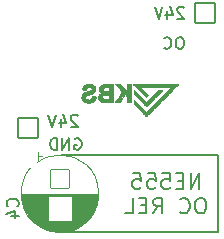
<source format=gbo>
%TF.GenerationSoftware,KiCad,Pcbnew,6.0.7-1.fc35*%
%TF.CreationDate,2022-08-25T19:39:04+02:00*%
%TF.ProjectId,NE555_OC,4e453535-355f-44f4-932e-6b696361645f,rev?*%
%TF.SameCoordinates,Original*%
%TF.FileFunction,Legend,Bot*%
%TF.FilePolarity,Positive*%
%FSLAX46Y46*%
G04 Gerber Fmt 4.6, Leading zero omitted, Abs format (unit mm)*
G04 Created by KiCad (PCBNEW 6.0.7-1.fc35) date 2022-08-25 19:39:04*
%MOMM*%
%LPD*%
G01*
G04 APERTURE LIST*
G04 Aperture macros list*
%AMRoundRect*
0 Rectangle with rounded corners*
0 $1 Rounding radius*
0 $2 $3 $4 $5 $6 $7 $8 $9 X,Y pos of 4 corners*
0 Add a 4 corners polygon primitive as box body*
4,1,4,$2,$3,$4,$5,$6,$7,$8,$9,$2,$3,0*
0 Add four circle primitives for the rounded corners*
1,1,$1+$1,$2,$3*
1,1,$1+$1,$4,$5*
1,1,$1+$1,$6,$7*
1,1,$1+$1,$8,$9*
0 Add four rect primitives between the rounded corners*
20,1,$1+$1,$2,$3,$4,$5,0*
20,1,$1+$1,$4,$5,$6,$7,0*
20,1,$1+$1,$6,$7,$8,$9,0*
20,1,$1+$1,$8,$9,$2,$3,0*%
G04 Aperture macros list end*
%ADD10C,0.150000*%
%ADD11C,0.200000*%
%ADD12C,0.010000*%
%ADD13C,0.120000*%
%ADD14RoundRect,0.050000X-0.850000X-0.850000X0.850000X-0.850000X0.850000X0.850000X-0.850000X0.850000X0*%
%ADD15O,1.800000X1.800000*%
%ADD16C,5.700000*%
%ADD17RoundRect,0.050000X-0.800000X0.800000X-0.800000X-0.800000X0.800000X-0.800000X0.800000X0.800000X0*%
%ADD18C,1.700000*%
G04 APERTURE END LIST*
D10*
X62845238Y-80802380D02*
X62654761Y-80802380D01*
X62559523Y-80850000D01*
X62464285Y-80945238D01*
X62416666Y-81135714D01*
X62416666Y-81469047D01*
X62464285Y-81659523D01*
X62559523Y-81754761D01*
X62654761Y-81802380D01*
X62845238Y-81802380D01*
X62940476Y-81754761D01*
X63035714Y-81659523D01*
X63083333Y-81469047D01*
X63083333Y-81135714D01*
X63035714Y-80945238D01*
X62940476Y-80850000D01*
X62845238Y-80802380D01*
X61416666Y-81707142D02*
X61464285Y-81754761D01*
X61607142Y-81802380D01*
X61702380Y-81802380D01*
X61845238Y-81754761D01*
X61940476Y-81659523D01*
X61988095Y-81564285D01*
X62035714Y-81373809D01*
X62035714Y-81230952D01*
X61988095Y-81040476D01*
X61940476Y-80945238D01*
X61845238Y-80850000D01*
X61702380Y-80802380D01*
X61607142Y-80802380D01*
X61464285Y-80850000D01*
X61416666Y-80897619D01*
X63090476Y-78347619D02*
X63042857Y-78300000D01*
X62947619Y-78252380D01*
X62709523Y-78252380D01*
X62614285Y-78300000D01*
X62566666Y-78347619D01*
X62519047Y-78442857D01*
X62519047Y-78538095D01*
X62566666Y-78680952D01*
X63138095Y-79252380D01*
X62519047Y-79252380D01*
X61661904Y-78585714D02*
X61661904Y-79252380D01*
X61900000Y-78204761D02*
X62138095Y-78919047D01*
X61519047Y-78919047D01*
X61280952Y-78252380D02*
X60947619Y-79252380D01*
X60614285Y-78252380D01*
X54090476Y-87497619D02*
X54042857Y-87450000D01*
X53947619Y-87402380D01*
X53709523Y-87402380D01*
X53614285Y-87450000D01*
X53566666Y-87497619D01*
X53519047Y-87592857D01*
X53519047Y-87688095D01*
X53566666Y-87830952D01*
X54138095Y-88402380D01*
X53519047Y-88402380D01*
X52661904Y-87735714D02*
X52661904Y-88402380D01*
X52900000Y-87354761D02*
X53138095Y-88069047D01*
X52519047Y-88069047D01*
X52280952Y-87402380D02*
X51947619Y-88402380D01*
X51614285Y-87402380D01*
X53861904Y-89400000D02*
X53957142Y-89352380D01*
X54100000Y-89352380D01*
X54242857Y-89400000D01*
X54338095Y-89495238D01*
X54385714Y-89590476D01*
X54433333Y-89780952D01*
X54433333Y-89923809D01*
X54385714Y-90114285D01*
X54338095Y-90209523D01*
X54242857Y-90304761D01*
X54100000Y-90352380D01*
X54004761Y-90352380D01*
X53861904Y-90304761D01*
X53814285Y-90257142D01*
X53814285Y-89923809D01*
X54004761Y-89923809D01*
X53385714Y-90352380D02*
X53385714Y-89352380D01*
X52814285Y-90352380D01*
X52814285Y-89352380D01*
X52338095Y-90352380D02*
X52338095Y-89352380D01*
X52100000Y-89352380D01*
X51957142Y-89400000D01*
X51861904Y-89495238D01*
X51814285Y-89590476D01*
X51766666Y-89780952D01*
X51766666Y-89923809D01*
X51814285Y-90114285D01*
X51861904Y-90209523D01*
X51957142Y-90304761D01*
X52100000Y-90352380D01*
X52338095Y-90352380D01*
X66000000Y-90800000D02*
X66000000Y-97350000D01*
X52650000Y-90800000D02*
X66000000Y-90800000D01*
X66000000Y-97350000D02*
X52550000Y-97350000D01*
D11*
X64416666Y-93641595D02*
X64416666Y-92341595D01*
X63673809Y-93641595D01*
X63673809Y-92341595D01*
X63054761Y-92960642D02*
X62621428Y-92960642D01*
X62435714Y-93641595D02*
X63054761Y-93641595D01*
X63054761Y-92341595D01*
X62435714Y-92341595D01*
X61259523Y-92341595D02*
X61878571Y-92341595D01*
X61940476Y-92960642D01*
X61878571Y-92898738D01*
X61754761Y-92836833D01*
X61445238Y-92836833D01*
X61321428Y-92898738D01*
X61259523Y-92960642D01*
X61197619Y-93084452D01*
X61197619Y-93393976D01*
X61259523Y-93517785D01*
X61321428Y-93579690D01*
X61445238Y-93641595D01*
X61754761Y-93641595D01*
X61878571Y-93579690D01*
X61940476Y-93517785D01*
X60021428Y-92341595D02*
X60640476Y-92341595D01*
X60702380Y-92960642D01*
X60640476Y-92898738D01*
X60516666Y-92836833D01*
X60207142Y-92836833D01*
X60083333Y-92898738D01*
X60021428Y-92960642D01*
X59959523Y-93084452D01*
X59959523Y-93393976D01*
X60021428Y-93517785D01*
X60083333Y-93579690D01*
X60207142Y-93641595D01*
X60516666Y-93641595D01*
X60640476Y-93579690D01*
X60702380Y-93517785D01*
X58783333Y-92341595D02*
X59402380Y-92341595D01*
X59464285Y-92960642D01*
X59402380Y-92898738D01*
X59278571Y-92836833D01*
X58969047Y-92836833D01*
X58845238Y-92898738D01*
X58783333Y-92960642D01*
X58721428Y-93084452D01*
X58721428Y-93393976D01*
X58783333Y-93517785D01*
X58845238Y-93579690D01*
X58969047Y-93641595D01*
X59278571Y-93641595D01*
X59402380Y-93579690D01*
X59464285Y-93517785D01*
X64633333Y-94434595D02*
X64385714Y-94434595D01*
X64261904Y-94496500D01*
X64138095Y-94620309D01*
X64076190Y-94867928D01*
X64076190Y-95301261D01*
X64138095Y-95548880D01*
X64261904Y-95672690D01*
X64385714Y-95734595D01*
X64633333Y-95734595D01*
X64757142Y-95672690D01*
X64880952Y-95548880D01*
X64942857Y-95301261D01*
X64942857Y-94867928D01*
X64880952Y-94620309D01*
X64757142Y-94496500D01*
X64633333Y-94434595D01*
X62776190Y-95610785D02*
X62838095Y-95672690D01*
X63023809Y-95734595D01*
X63147619Y-95734595D01*
X63333333Y-95672690D01*
X63457142Y-95548880D01*
X63519047Y-95425071D01*
X63580952Y-95177452D01*
X63580952Y-94991738D01*
X63519047Y-94744119D01*
X63457142Y-94620309D01*
X63333333Y-94496500D01*
X63147619Y-94434595D01*
X63023809Y-94434595D01*
X62838095Y-94496500D01*
X62776190Y-94558404D01*
X60485714Y-95734595D02*
X60919047Y-95115547D01*
X61228571Y-95734595D02*
X61228571Y-94434595D01*
X60733333Y-94434595D01*
X60609523Y-94496500D01*
X60547619Y-94558404D01*
X60485714Y-94682214D01*
X60485714Y-94867928D01*
X60547619Y-94991738D01*
X60609523Y-95053642D01*
X60733333Y-95115547D01*
X61228571Y-95115547D01*
X59928571Y-95053642D02*
X59495238Y-95053642D01*
X59309523Y-95734595D02*
X59928571Y-95734595D01*
X59928571Y-94434595D01*
X59309523Y-94434595D01*
X58133333Y-95734595D02*
X58752380Y-95734595D01*
X58752380Y-94434595D01*
D10*
%TO.C,C4*%
X49007142Y-95133333D02*
X49054761Y-95085714D01*
X49102380Y-94942857D01*
X49102380Y-94847619D01*
X49054761Y-94704761D01*
X48959523Y-94609523D01*
X48864285Y-94561904D01*
X48673809Y-94514285D01*
X48530952Y-94514285D01*
X48340476Y-94561904D01*
X48245238Y-94609523D01*
X48150000Y-94704761D01*
X48102380Y-94847619D01*
X48102380Y-94942857D01*
X48150000Y-95085714D01*
X48197619Y-95133333D01*
X48435714Y-95990476D02*
X49102380Y-95990476D01*
X48054761Y-95752380D02*
X48769047Y-95514285D01*
X48769047Y-96133333D01*
%TO.C,G\u002A\u002A\u002A*%
G36*
X60887896Y-84812760D02*
G01*
X61074379Y-84812872D01*
X61254533Y-84813055D01*
X61427391Y-84813305D01*
X61591983Y-84813619D01*
X61747342Y-84813992D01*
X61892499Y-84814421D01*
X62026488Y-84814903D01*
X62148338Y-84815432D01*
X62257083Y-84816006D01*
X62351754Y-84816620D01*
X62431383Y-84817271D01*
X62495002Y-84817955D01*
X62541643Y-84818668D01*
X62570337Y-84819406D01*
X62580117Y-84820166D01*
X62580088Y-84820244D01*
X62572288Y-84828798D01*
X62551144Y-84850674D01*
X62517340Y-84885187D01*
X62471554Y-84931652D01*
X62414470Y-84989384D01*
X62346766Y-85057698D01*
X62269126Y-85135909D01*
X62182230Y-85223333D01*
X62086758Y-85319284D01*
X61983393Y-85423078D01*
X61872815Y-85534030D01*
X61755705Y-85651454D01*
X61632744Y-85774666D01*
X61504615Y-85902981D01*
X61371996Y-86035715D01*
X61235571Y-86172181D01*
X61226482Y-86181270D01*
X61090271Y-86317455D01*
X60957863Y-86449788D01*
X60829940Y-86577589D01*
X60707186Y-86700177D01*
X60590284Y-86816871D01*
X60479919Y-86926990D01*
X60376772Y-87029853D01*
X60281528Y-87124779D01*
X60194870Y-87211088D01*
X60117481Y-87288097D01*
X60050045Y-87355128D01*
X59993245Y-87411498D01*
X59947765Y-87456526D01*
X59914288Y-87489533D01*
X59893497Y-87509836D01*
X59886076Y-87516755D01*
X59878669Y-87510136D01*
X59858292Y-87490524D01*
X59826065Y-87459012D01*
X59783094Y-87416698D01*
X59730487Y-87364678D01*
X59669352Y-87304047D01*
X59600794Y-87235904D01*
X59525921Y-87161343D01*
X59445840Y-87081462D01*
X59361659Y-86997358D01*
X58842191Y-86477961D01*
X58842191Y-86311409D01*
X58842434Y-86269227D01*
X58843426Y-86219692D01*
X58845050Y-86180284D01*
X58847160Y-86154255D01*
X58849612Y-86144856D01*
X58856707Y-86150823D01*
X58876848Y-86169811D01*
X58908865Y-86200748D01*
X58951640Y-86242534D01*
X59004053Y-86294064D01*
X59064986Y-86354237D01*
X59133321Y-86421949D01*
X59207938Y-86496098D01*
X59287719Y-86575582D01*
X59371545Y-86659297D01*
X59886057Y-87173738D01*
X62008481Y-85051314D01*
X59403981Y-85051314D01*
X60094949Y-85742494D01*
X59915677Y-85920936D01*
X59368993Y-85374319D01*
X59348090Y-85353414D01*
X59262633Y-85267830D01*
X59181630Y-85186524D01*
X59106150Y-85110581D01*
X59037264Y-85041085D01*
X58976040Y-84979120D01*
X58923549Y-84925770D01*
X58880861Y-84882121D01*
X58849045Y-84849255D01*
X58829171Y-84828258D01*
X58822309Y-84820213D01*
X58831580Y-84819469D01*
X58859784Y-84818726D01*
X58905960Y-84818007D01*
X58969140Y-84817318D01*
X59048356Y-84816662D01*
X59142640Y-84816043D01*
X59251023Y-84815464D01*
X59372538Y-84814930D01*
X59506216Y-84814445D01*
X59651089Y-84814011D01*
X59806189Y-84813634D01*
X59970548Y-84813316D01*
X60143199Y-84813063D01*
X60323171Y-84812877D01*
X60509499Y-84812762D01*
X60701213Y-84812723D01*
X60887896Y-84812760D01*
G37*
D12*
X60887896Y-84812760D02*
X61074379Y-84812872D01*
X61254533Y-84813055D01*
X61427391Y-84813305D01*
X61591983Y-84813619D01*
X61747342Y-84813992D01*
X61892499Y-84814421D01*
X62026488Y-84814903D01*
X62148338Y-84815432D01*
X62257083Y-84816006D01*
X62351754Y-84816620D01*
X62431383Y-84817271D01*
X62495002Y-84817955D01*
X62541643Y-84818668D01*
X62570337Y-84819406D01*
X62580117Y-84820166D01*
X62580088Y-84820244D01*
X62572288Y-84828798D01*
X62551144Y-84850674D01*
X62517340Y-84885187D01*
X62471554Y-84931652D01*
X62414470Y-84989384D01*
X62346766Y-85057698D01*
X62269126Y-85135909D01*
X62182230Y-85223333D01*
X62086758Y-85319284D01*
X61983393Y-85423078D01*
X61872815Y-85534030D01*
X61755705Y-85651454D01*
X61632744Y-85774666D01*
X61504615Y-85902981D01*
X61371996Y-86035715D01*
X61235571Y-86172181D01*
X61226482Y-86181270D01*
X61090271Y-86317455D01*
X60957863Y-86449788D01*
X60829940Y-86577589D01*
X60707186Y-86700177D01*
X60590284Y-86816871D01*
X60479919Y-86926990D01*
X60376772Y-87029853D01*
X60281528Y-87124779D01*
X60194870Y-87211088D01*
X60117481Y-87288097D01*
X60050045Y-87355128D01*
X59993245Y-87411498D01*
X59947765Y-87456526D01*
X59914288Y-87489533D01*
X59893497Y-87509836D01*
X59886076Y-87516755D01*
X59878669Y-87510136D01*
X59858292Y-87490524D01*
X59826065Y-87459012D01*
X59783094Y-87416698D01*
X59730487Y-87364678D01*
X59669352Y-87304047D01*
X59600794Y-87235904D01*
X59525921Y-87161343D01*
X59445840Y-87081462D01*
X59361659Y-86997358D01*
X58842191Y-86477961D01*
X58842191Y-86311409D01*
X58842434Y-86269227D01*
X58843426Y-86219692D01*
X58845050Y-86180284D01*
X58847160Y-86154255D01*
X58849612Y-86144856D01*
X58856707Y-86150823D01*
X58876848Y-86169811D01*
X58908865Y-86200748D01*
X58951640Y-86242534D01*
X59004053Y-86294064D01*
X59064986Y-86354237D01*
X59133321Y-86421949D01*
X59207938Y-86496098D01*
X59287719Y-86575582D01*
X59371545Y-86659297D01*
X59886057Y-87173738D01*
X62008481Y-85051314D01*
X59403981Y-85051314D01*
X60094949Y-85742494D01*
X59915677Y-85920936D01*
X59368993Y-85374319D01*
X59348090Y-85353414D01*
X59262633Y-85267830D01*
X59181630Y-85186524D01*
X59106150Y-85110581D01*
X59037264Y-85041085D01*
X58976040Y-84979120D01*
X58923549Y-84925770D01*
X58880861Y-84882121D01*
X58849045Y-84849255D01*
X58829171Y-84828258D01*
X58822309Y-84820213D01*
X58831580Y-84819469D01*
X58859784Y-84818726D01*
X58905960Y-84818007D01*
X58969140Y-84817318D01*
X59048356Y-84816662D01*
X59142640Y-84816043D01*
X59251023Y-84815464D01*
X59372538Y-84814930D01*
X59506216Y-84814445D01*
X59651089Y-84814011D01*
X59806189Y-84813634D01*
X59970548Y-84813316D01*
X60143199Y-84813063D01*
X60323171Y-84812877D01*
X60509499Y-84812762D01*
X60701213Y-84812723D01*
X60887896Y-84812760D01*
G36*
X58849743Y-85280004D02*
G01*
X58858803Y-85287875D01*
X58880715Y-85308658D01*
X58914378Y-85341265D01*
X58958689Y-85384610D01*
X59012547Y-85437606D01*
X59074848Y-85499166D01*
X59144490Y-85568202D01*
X59220372Y-85643628D01*
X59301390Y-85724357D01*
X59386442Y-85809302D01*
X59915849Y-86338641D01*
X60934905Y-85319729D01*
X61101386Y-85319729D01*
X61143503Y-85319972D01*
X61193034Y-85320965D01*
X61232439Y-85322590D01*
X61258468Y-85324703D01*
X61267866Y-85327158D01*
X61266931Y-85328486D01*
X61255141Y-85341321D01*
X61230591Y-85366868D01*
X61194244Y-85404154D01*
X61147064Y-85452203D01*
X61090013Y-85510042D01*
X61024055Y-85576698D01*
X60950153Y-85651197D01*
X60869271Y-85732564D01*
X60782371Y-85819825D01*
X60690417Y-85912007D01*
X60594371Y-86008136D01*
X60558569Y-86043935D01*
X60463850Y-86138574D01*
X60373481Y-86228769D01*
X60288432Y-86313557D01*
X60209672Y-86391975D01*
X60138172Y-86463061D01*
X60074900Y-86525852D01*
X60020827Y-86579385D01*
X59976922Y-86622698D01*
X59944154Y-86654827D01*
X59923495Y-86674811D01*
X59915912Y-86681686D01*
X59915702Y-86681577D01*
X59906375Y-86673039D01*
X59884230Y-86651645D01*
X59850358Y-86618475D01*
X59805851Y-86574611D01*
X59751800Y-86521133D01*
X59689295Y-86459122D01*
X59619428Y-86389660D01*
X59543291Y-86313828D01*
X59461975Y-86232706D01*
X59376570Y-86147376D01*
X58842191Y-85613066D01*
X58842191Y-85446515D01*
X58842434Y-85404335D01*
X58843426Y-85354800D01*
X58845050Y-85315392D01*
X58847160Y-85289363D01*
X58849613Y-85279964D01*
X58849743Y-85280004D01*
G37*
X58849743Y-85280004D02*
X58858803Y-85287875D01*
X58880715Y-85308658D01*
X58914378Y-85341265D01*
X58958689Y-85384610D01*
X59012547Y-85437606D01*
X59074848Y-85499166D01*
X59144490Y-85568202D01*
X59220372Y-85643628D01*
X59301390Y-85724357D01*
X59386442Y-85809302D01*
X59915849Y-86338641D01*
X60934905Y-85319729D01*
X61101386Y-85319729D01*
X61143503Y-85319972D01*
X61193034Y-85320965D01*
X61232439Y-85322590D01*
X61258468Y-85324703D01*
X61267866Y-85327158D01*
X61266931Y-85328486D01*
X61255141Y-85341321D01*
X61230591Y-85366868D01*
X61194244Y-85404154D01*
X61147064Y-85452203D01*
X61090013Y-85510042D01*
X61024055Y-85576698D01*
X60950153Y-85651197D01*
X60869271Y-85732564D01*
X60782371Y-85819825D01*
X60690417Y-85912007D01*
X60594371Y-86008136D01*
X60558569Y-86043935D01*
X60463850Y-86138574D01*
X60373481Y-86228769D01*
X60288432Y-86313557D01*
X60209672Y-86391975D01*
X60138172Y-86463061D01*
X60074900Y-86525852D01*
X60020827Y-86579385D01*
X59976922Y-86622698D01*
X59944154Y-86654827D01*
X59923495Y-86674811D01*
X59915912Y-86681686D01*
X59915702Y-86681577D01*
X59906375Y-86673039D01*
X59884230Y-86651645D01*
X59850358Y-86618475D01*
X59805851Y-86574611D01*
X59751800Y-86521133D01*
X59689295Y-86459122D01*
X59619428Y-86389660D01*
X59543291Y-86313828D01*
X59461975Y-86232706D01*
X59376570Y-86147376D01*
X58842191Y-85613066D01*
X58842191Y-85446515D01*
X58842434Y-85404335D01*
X58843426Y-85354800D01*
X58845050Y-85315392D01*
X58847160Y-85289363D01*
X58849613Y-85279964D01*
X58849743Y-85280004D01*
G36*
X55109402Y-84785228D02*
G01*
X55221553Y-84799399D01*
X55320780Y-84826833D01*
X55406451Y-84867110D01*
X55477930Y-84919814D01*
X55534586Y-84984523D01*
X55575783Y-85060821D01*
X55600888Y-85148289D01*
X55603945Y-85168434D01*
X55604584Y-85251133D01*
X55587223Y-85332196D01*
X55553315Y-85408908D01*
X55504311Y-85478555D01*
X55441664Y-85538423D01*
X55366825Y-85585799D01*
X55333747Y-85601165D01*
X55255456Y-85631456D01*
X55160118Y-85661849D01*
X55049588Y-85691722D01*
X54990576Y-85707131D01*
X54908418Y-85731589D01*
X54845405Y-85754828D01*
X54801110Y-85776996D01*
X54770981Y-85802845D01*
X54747305Y-85843724D01*
X54738089Y-85891111D01*
X54743386Y-85941028D01*
X54763248Y-85989494D01*
X54797727Y-86032531D01*
X54830642Y-86058127D01*
X54881213Y-86081922D01*
X54943131Y-86095417D01*
X55019765Y-86099630D01*
X55045316Y-86099226D01*
X55114747Y-86092634D01*
X55171176Y-86076784D01*
X55218785Y-86050149D01*
X55261756Y-86011201D01*
X55280060Y-85987702D01*
X55302899Y-85950003D01*
X55323038Y-85908830D01*
X55337387Y-85870632D01*
X55342857Y-85841861D01*
X55343569Y-85836168D01*
X55352490Y-85821954D01*
X55353638Y-85821578D01*
X55369681Y-85821156D01*
X55400197Y-85822611D01*
X55440898Y-85825535D01*
X55487494Y-85829521D01*
X55535699Y-85834160D01*
X55581223Y-85839044D01*
X55619777Y-85843767D01*
X55647074Y-85847919D01*
X55658826Y-85851093D01*
X55660376Y-85857531D01*
X55657917Y-85880116D01*
X55650556Y-85913944D01*
X55639555Y-85954496D01*
X55626177Y-85997254D01*
X55611682Y-86037697D01*
X55597333Y-86071308D01*
X55594369Y-86077356D01*
X55543953Y-86159337D01*
X55481008Y-86226948D01*
X55404700Y-86280787D01*
X55314192Y-86321454D01*
X55208649Y-86349547D01*
X55166828Y-86355147D01*
X55106435Y-86358772D01*
X55037341Y-86359709D01*
X54965244Y-86358096D01*
X54895840Y-86354071D01*
X54834826Y-86347772D01*
X54787896Y-86339337D01*
X54747476Y-86327831D01*
X54655306Y-86288744D01*
X54576356Y-86235326D01*
X54511293Y-86168090D01*
X54460785Y-86087552D01*
X54444589Y-86053515D01*
X54433019Y-86023645D01*
X54426093Y-85994331D01*
X54422238Y-85958762D01*
X54419884Y-85910123D01*
X54420059Y-85847841D01*
X54430774Y-85763399D01*
X54454757Y-85690276D01*
X54492696Y-85625787D01*
X54500092Y-85616046D01*
X54541092Y-85570571D01*
X54589602Y-85530858D01*
X54648093Y-85495583D01*
X54719036Y-85463422D01*
X54804901Y-85433050D01*
X54908159Y-85403145D01*
X54982724Y-85382939D01*
X55064628Y-85359584D01*
X55130456Y-85338923D01*
X55182102Y-85320064D01*
X55221463Y-85302115D01*
X55250432Y-85284184D01*
X55270906Y-85265378D01*
X55284779Y-85244806D01*
X55293947Y-85221577D01*
X55299327Y-85182059D01*
X55288040Y-85142440D01*
X55257953Y-85107380D01*
X55208649Y-85076168D01*
X55184190Y-85064480D01*
X55158255Y-85054770D01*
X55131384Y-85049300D01*
X55097266Y-85046886D01*
X55049588Y-85046344D01*
X55032280Y-85046405D01*
X54987696Y-85047689D01*
X54955224Y-85051354D01*
X54928966Y-85058335D01*
X54903024Y-85069565D01*
X54893397Y-85074564D01*
X54851398Y-85105304D01*
X54819459Y-85147497D01*
X54794332Y-85205196D01*
X54777293Y-85255111D01*
X54620373Y-85251998D01*
X54587319Y-85251248D01*
X54537614Y-85249730D01*
X54497372Y-85248010D01*
X54470065Y-85246245D01*
X54459166Y-85244597D01*
X54458974Y-85244311D01*
X54458805Y-85231640D01*
X54461804Y-85205216D01*
X54467385Y-85170324D01*
X54484038Y-85103343D01*
X54520884Y-85019983D01*
X54573150Y-84948616D01*
X54640340Y-84889572D01*
X54721957Y-84843183D01*
X54817504Y-84809778D01*
X54926486Y-84789689D01*
X55048405Y-84783246D01*
X55109402Y-84785228D01*
G37*
X55109402Y-84785228D02*
X55221553Y-84799399D01*
X55320780Y-84826833D01*
X55406451Y-84867110D01*
X55477930Y-84919814D01*
X55534586Y-84984523D01*
X55575783Y-85060821D01*
X55600888Y-85148289D01*
X55603945Y-85168434D01*
X55604584Y-85251133D01*
X55587223Y-85332196D01*
X55553315Y-85408908D01*
X55504311Y-85478555D01*
X55441664Y-85538423D01*
X55366825Y-85585799D01*
X55333747Y-85601165D01*
X55255456Y-85631456D01*
X55160118Y-85661849D01*
X55049588Y-85691722D01*
X54990576Y-85707131D01*
X54908418Y-85731589D01*
X54845405Y-85754828D01*
X54801110Y-85776996D01*
X54770981Y-85802845D01*
X54747305Y-85843724D01*
X54738089Y-85891111D01*
X54743386Y-85941028D01*
X54763248Y-85989494D01*
X54797727Y-86032531D01*
X54830642Y-86058127D01*
X54881213Y-86081922D01*
X54943131Y-86095417D01*
X55019765Y-86099630D01*
X55045316Y-86099226D01*
X55114747Y-86092634D01*
X55171176Y-86076784D01*
X55218785Y-86050149D01*
X55261756Y-86011201D01*
X55280060Y-85987702D01*
X55302899Y-85950003D01*
X55323038Y-85908830D01*
X55337387Y-85870632D01*
X55342857Y-85841861D01*
X55343569Y-85836168D01*
X55352490Y-85821954D01*
X55353638Y-85821578D01*
X55369681Y-85821156D01*
X55400197Y-85822611D01*
X55440898Y-85825535D01*
X55487494Y-85829521D01*
X55535699Y-85834160D01*
X55581223Y-85839044D01*
X55619777Y-85843767D01*
X55647074Y-85847919D01*
X55658826Y-85851093D01*
X55660376Y-85857531D01*
X55657917Y-85880116D01*
X55650556Y-85913944D01*
X55639555Y-85954496D01*
X55626177Y-85997254D01*
X55611682Y-86037697D01*
X55597333Y-86071308D01*
X55594369Y-86077356D01*
X55543953Y-86159337D01*
X55481008Y-86226948D01*
X55404700Y-86280787D01*
X55314192Y-86321454D01*
X55208649Y-86349547D01*
X55166828Y-86355147D01*
X55106435Y-86358772D01*
X55037341Y-86359709D01*
X54965244Y-86358096D01*
X54895840Y-86354071D01*
X54834826Y-86347772D01*
X54787896Y-86339337D01*
X54747476Y-86327831D01*
X54655306Y-86288744D01*
X54576356Y-86235326D01*
X54511293Y-86168090D01*
X54460785Y-86087552D01*
X54444589Y-86053515D01*
X54433019Y-86023645D01*
X54426093Y-85994331D01*
X54422238Y-85958762D01*
X54419884Y-85910123D01*
X54420059Y-85847841D01*
X54430774Y-85763399D01*
X54454757Y-85690276D01*
X54492696Y-85625787D01*
X54500092Y-85616046D01*
X54541092Y-85570571D01*
X54589602Y-85530858D01*
X54648093Y-85495583D01*
X54719036Y-85463422D01*
X54804901Y-85433050D01*
X54908159Y-85403145D01*
X54982724Y-85382939D01*
X55064628Y-85359584D01*
X55130456Y-85338923D01*
X55182102Y-85320064D01*
X55221463Y-85302115D01*
X55250432Y-85284184D01*
X55270906Y-85265378D01*
X55284779Y-85244806D01*
X55293947Y-85221577D01*
X55299327Y-85182059D01*
X55288040Y-85142440D01*
X55257953Y-85107380D01*
X55208649Y-85076168D01*
X55184190Y-85064480D01*
X55158255Y-85054770D01*
X55131384Y-85049300D01*
X55097266Y-85046886D01*
X55049588Y-85046344D01*
X55032280Y-85046405D01*
X54987696Y-85047689D01*
X54955224Y-85051354D01*
X54928966Y-85058335D01*
X54903024Y-85069565D01*
X54893397Y-85074564D01*
X54851398Y-85105304D01*
X54819459Y-85147497D01*
X54794332Y-85205196D01*
X54777293Y-85255111D01*
X54620373Y-85251998D01*
X54587319Y-85251248D01*
X54537614Y-85249730D01*
X54497372Y-85248010D01*
X54470065Y-85246245D01*
X54459166Y-85244597D01*
X54458974Y-85244311D01*
X54458805Y-85231640D01*
X54461804Y-85205216D01*
X54467385Y-85170324D01*
X54484038Y-85103343D01*
X54520884Y-85019983D01*
X54573150Y-84948616D01*
X54640340Y-84889572D01*
X54721957Y-84843183D01*
X54817504Y-84809778D01*
X54926486Y-84789689D01*
X55048405Y-84783246D01*
X55109402Y-84785228D01*
G36*
X58013076Y-85137311D02*
G01*
X58310332Y-85461898D01*
X58312953Y-85137311D01*
X58315574Y-84812723D01*
X58643365Y-84812723D01*
X58643365Y-86333741D01*
X58315303Y-86333741D01*
X58315303Y-85871244D01*
X58198493Y-85748657D01*
X58081682Y-85626069D01*
X57885002Y-85963557D01*
X57874261Y-85981983D01*
X57831012Y-86056040D01*
X57790824Y-86124658D01*
X57754852Y-86185878D01*
X57724249Y-86237741D01*
X57700172Y-86278289D01*
X57683774Y-86305564D01*
X57676212Y-86317607D01*
X57671530Y-86322332D01*
X57662079Y-86326720D01*
X57646042Y-86329732D01*
X57620760Y-86331541D01*
X57583576Y-86332318D01*
X57531832Y-86332236D01*
X57462870Y-86331469D01*
X57261638Y-86328770D01*
X57560062Y-85868341D01*
X57858485Y-85407911D01*
X57796111Y-85339629D01*
X57789186Y-85332111D01*
X57761925Y-85303038D01*
X57723964Y-85263034D01*
X57677615Y-85214514D01*
X57625190Y-85159897D01*
X57569002Y-85101598D01*
X57511363Y-85042035D01*
X57288990Y-84812723D01*
X57715821Y-84812723D01*
X58013076Y-85137311D01*
G37*
X58013076Y-85137311D02*
X58310332Y-85461898D01*
X58312953Y-85137311D01*
X58315574Y-84812723D01*
X58643365Y-84812723D01*
X58643365Y-86333741D01*
X58315303Y-86333741D01*
X58315303Y-85871244D01*
X58198493Y-85748657D01*
X58081682Y-85626069D01*
X57885002Y-85963557D01*
X57874261Y-85981983D01*
X57831012Y-86056040D01*
X57790824Y-86124658D01*
X57754852Y-86185878D01*
X57724249Y-86237741D01*
X57700172Y-86278289D01*
X57683774Y-86305564D01*
X57676212Y-86317607D01*
X57671530Y-86322332D01*
X57662079Y-86326720D01*
X57646042Y-86329732D01*
X57620760Y-86331541D01*
X57583576Y-86332318D01*
X57531832Y-86332236D01*
X57462870Y-86331469D01*
X57261638Y-86328770D01*
X57560062Y-85868341D01*
X57858485Y-85407911D01*
X57796111Y-85339629D01*
X57789186Y-85332111D01*
X57761925Y-85303038D01*
X57723964Y-85263034D01*
X57677615Y-85214514D01*
X57625190Y-85159897D01*
X57569002Y-85101598D01*
X57511363Y-85042035D01*
X57288990Y-84812723D01*
X57715821Y-84812723D01*
X58013076Y-85137311D01*
G36*
X56652622Y-86331070D02*
G01*
X56546613Y-86329953D01*
X56450160Y-86328723D01*
X56369822Y-86327283D01*
X56303651Y-86325452D01*
X56249694Y-86323048D01*
X56206002Y-86319890D01*
X56170624Y-86315794D01*
X56141610Y-86310580D01*
X56117009Y-86304066D01*
X56094872Y-86296070D01*
X56073247Y-86286409D01*
X56050185Y-86274903D01*
X56043311Y-86271263D01*
X55985074Y-86231023D01*
X55931777Y-86178742D01*
X55890500Y-86121233D01*
X55885681Y-86112553D01*
X55850967Y-86031034D01*
X55833087Y-85948101D01*
X55831382Y-85866195D01*
X55832275Y-85861123D01*
X56160737Y-85861123D01*
X56162885Y-85912373D01*
X56178176Y-85961547D01*
X56206539Y-86005415D01*
X56247901Y-86040741D01*
X56302191Y-86064294D01*
X56303977Y-86064740D01*
X56329280Y-86068179D01*
X56371231Y-86071064D01*
X56426944Y-86073277D01*
X56493535Y-86074699D01*
X56568121Y-86075212D01*
X56794285Y-86075267D01*
X56794285Y-85675304D01*
X56563150Y-85680300D01*
X56546230Y-85680690D01*
X56473271Y-85682955D01*
X56408697Y-85685900D01*
X56355383Y-85689346D01*
X56316203Y-85693115D01*
X56294032Y-85697029D01*
X56285012Y-85700033D01*
X56233869Y-85727253D01*
X56196157Y-85765330D01*
X56171803Y-85811031D01*
X56160737Y-85861123D01*
X55832275Y-85861123D01*
X55845195Y-85787758D01*
X55873867Y-85715233D01*
X55916739Y-85651061D01*
X55973154Y-85597685D01*
X56042454Y-85557546D01*
X56067891Y-85545737D01*
X56089752Y-85533688D01*
X56098225Y-85526266D01*
X56098194Y-85525865D01*
X56089460Y-85516460D01*
X56069864Y-85504312D01*
X56051834Y-85492778D01*
X56016565Y-85461078D01*
X55981090Y-85419867D01*
X55950078Y-85374835D01*
X55928200Y-85331675D01*
X55918086Y-85301797D01*
X55908754Y-85253550D01*
X55907563Y-85229440D01*
X56219657Y-85229440D01*
X56219737Y-85273724D01*
X56227630Y-85309783D01*
X56231558Y-85318280D01*
X56261638Y-85357892D01*
X56305045Y-85389193D01*
X56356574Y-85408209D01*
X56381776Y-85411582D01*
X56423263Y-85414609D01*
X56476400Y-85417003D01*
X56537010Y-85418576D01*
X56600919Y-85419142D01*
X56794285Y-85419142D01*
X56794285Y-85069853D01*
X56568121Y-85073010D01*
X56546097Y-85073327D01*
X56476844Y-85074540D01*
X56423846Y-85076018D01*
X56384249Y-85078008D01*
X56355201Y-85080759D01*
X56333851Y-85084517D01*
X56317346Y-85089532D01*
X56302833Y-85096050D01*
X56295387Y-85100117D01*
X56265869Y-85120890D01*
X56244037Y-85142859D01*
X56239627Y-85149802D01*
X56226562Y-85185332D01*
X56219657Y-85229440D01*
X55907563Y-85229440D01*
X55905866Y-85195072D01*
X55906583Y-85155775D01*
X55910612Y-85120368D01*
X55919856Y-85088374D01*
X55936182Y-85050924D01*
X55959184Y-85007058D01*
X56000204Y-84949391D01*
X56049531Y-84904463D01*
X56111358Y-84867893D01*
X56129581Y-84859377D01*
X56157471Y-84848107D01*
X56187204Y-84838780D01*
X56220783Y-84831218D01*
X56260213Y-84825242D01*
X56307498Y-84820675D01*
X56364642Y-84817337D01*
X56433649Y-84815051D01*
X56516524Y-84813639D01*
X56615270Y-84812923D01*
X56731891Y-84812723D01*
X57112407Y-84812723D01*
X57112407Y-86335710D01*
X56652622Y-86331070D01*
G37*
X56652622Y-86331070D02*
X56546613Y-86329953D01*
X56450160Y-86328723D01*
X56369822Y-86327283D01*
X56303651Y-86325452D01*
X56249694Y-86323048D01*
X56206002Y-86319890D01*
X56170624Y-86315794D01*
X56141610Y-86310580D01*
X56117009Y-86304066D01*
X56094872Y-86296070D01*
X56073247Y-86286409D01*
X56050185Y-86274903D01*
X56043311Y-86271263D01*
X55985074Y-86231023D01*
X55931777Y-86178742D01*
X55890500Y-86121233D01*
X55885681Y-86112553D01*
X55850967Y-86031034D01*
X55833087Y-85948101D01*
X55831382Y-85866195D01*
X55832275Y-85861123D01*
X56160737Y-85861123D01*
X56162885Y-85912373D01*
X56178176Y-85961547D01*
X56206539Y-86005415D01*
X56247901Y-86040741D01*
X56302191Y-86064294D01*
X56303977Y-86064740D01*
X56329280Y-86068179D01*
X56371231Y-86071064D01*
X56426944Y-86073277D01*
X56493535Y-86074699D01*
X56568121Y-86075212D01*
X56794285Y-86075267D01*
X56794285Y-85675304D01*
X56563150Y-85680300D01*
X56546230Y-85680690D01*
X56473271Y-85682955D01*
X56408697Y-85685900D01*
X56355383Y-85689346D01*
X56316203Y-85693115D01*
X56294032Y-85697029D01*
X56285012Y-85700033D01*
X56233869Y-85727253D01*
X56196157Y-85765330D01*
X56171803Y-85811031D01*
X56160737Y-85861123D01*
X55832275Y-85861123D01*
X55845195Y-85787758D01*
X55873867Y-85715233D01*
X55916739Y-85651061D01*
X55973154Y-85597685D01*
X56042454Y-85557546D01*
X56067891Y-85545737D01*
X56089752Y-85533688D01*
X56098225Y-85526266D01*
X56098194Y-85525865D01*
X56089460Y-85516460D01*
X56069864Y-85504312D01*
X56051834Y-85492778D01*
X56016565Y-85461078D01*
X55981090Y-85419867D01*
X55950078Y-85374835D01*
X55928200Y-85331675D01*
X55918086Y-85301797D01*
X55908754Y-85253550D01*
X55907563Y-85229440D01*
X56219657Y-85229440D01*
X56219737Y-85273724D01*
X56227630Y-85309783D01*
X56231558Y-85318280D01*
X56261638Y-85357892D01*
X56305045Y-85389193D01*
X56356574Y-85408209D01*
X56381776Y-85411582D01*
X56423263Y-85414609D01*
X56476400Y-85417003D01*
X56537010Y-85418576D01*
X56600919Y-85419142D01*
X56794285Y-85419142D01*
X56794285Y-85069853D01*
X56568121Y-85073010D01*
X56546097Y-85073327D01*
X56476844Y-85074540D01*
X56423846Y-85076018D01*
X56384249Y-85078008D01*
X56355201Y-85080759D01*
X56333851Y-85084517D01*
X56317346Y-85089532D01*
X56302833Y-85096050D01*
X56295387Y-85100117D01*
X56265869Y-85120890D01*
X56244037Y-85142859D01*
X56239627Y-85149802D01*
X56226562Y-85185332D01*
X56219657Y-85229440D01*
X55907563Y-85229440D01*
X55905866Y-85195072D01*
X55906583Y-85155775D01*
X55910612Y-85120368D01*
X55919856Y-85088374D01*
X55936182Y-85050924D01*
X55959184Y-85007058D01*
X56000204Y-84949391D01*
X56049531Y-84904463D01*
X56111358Y-84867893D01*
X56129581Y-84859377D01*
X56157471Y-84848107D01*
X56187204Y-84838780D01*
X56220783Y-84831218D01*
X56260213Y-84825242D01*
X56307498Y-84820675D01*
X56364642Y-84817337D01*
X56433649Y-84815051D01*
X56516524Y-84813639D01*
X56615270Y-84812923D01*
X56731891Y-84812723D01*
X57112407Y-84812723D01*
X57112407Y-86335710D01*
X56652622Y-86331070D01*
D13*
%TO.C,C4*%
X49964000Y-95948621D02*
X51560000Y-95948621D01*
X53640000Y-96268621D02*
X54980000Y-96268621D01*
X49884000Y-95828621D02*
X51560000Y-95828621D01*
X53640000Y-94507621D02*
X55801000Y-94507621D01*
X53640000Y-94627621D02*
X55782000Y-94627621D01*
X53640000Y-96308621D02*
X54943000Y-96308621D01*
X49372000Y-94187621D02*
X55828000Y-94187621D01*
X53640000Y-96068621D02*
X55148000Y-96068621D01*
X53640000Y-95748621D02*
X55366000Y-95748621D01*
X53640000Y-95788621D02*
X55342000Y-95788621D01*
X53640000Y-95668621D02*
X55412000Y-95668621D01*
X49385000Y-94387621D02*
X51560000Y-94387621D01*
X49418000Y-94627621D02*
X51560000Y-94627621D01*
X49744000Y-95588621D02*
X51560000Y-95588621D01*
X49450000Y-94788621D02*
X51560000Y-94788621D01*
X50886000Y-96828621D02*
X54314000Y-96828621D01*
X49630000Y-95348621D02*
X51560000Y-95348621D01*
X53640000Y-94747621D02*
X55759000Y-94747621D01*
X53640000Y-95388621D02*
X55552000Y-95388621D01*
X49376000Y-94267621D02*
X55824000Y-94267621D01*
X50257000Y-96308621D02*
X51560000Y-96308621D01*
X50084000Y-96108621D02*
X51560000Y-96108621D01*
X51168000Y-96988621D02*
X54032000Y-96988621D01*
X53640000Y-95948621D02*
X55236000Y-95948621D01*
X49567000Y-95188621D02*
X51560000Y-95188621D01*
X51019000Y-96908621D02*
X54181000Y-96908621D01*
X49553000Y-95148621D02*
X51560000Y-95148621D01*
X53640000Y-95588621D02*
X55456000Y-95588621D01*
X49425000Y-94667621D02*
X51560000Y-94667621D01*
X50220000Y-96268621D02*
X51560000Y-96268621D01*
X53640000Y-95108621D02*
X55661000Y-95108621D01*
X53640000Y-94707621D02*
X55767000Y-94707621D01*
X51250000Y-97028621D02*
X53950000Y-97028621D01*
X49370000Y-94067621D02*
X55830000Y-94067621D01*
X49382000Y-94347621D02*
X51560000Y-94347621D01*
X49526000Y-95068621D02*
X51560000Y-95068621D01*
X53640000Y-94908621D02*
X55721000Y-94908621D01*
X49373000Y-94227621D02*
X55827000Y-94227621D01*
X50295000Y-96348621D02*
X51560000Y-96348621D01*
X53640000Y-95348621D02*
X55570000Y-95348621D01*
X49502000Y-94988621D02*
X51560000Y-94988621D01*
X53640000Y-95468621D02*
X55516000Y-95468621D01*
X50116000Y-96148621D02*
X51560000Y-96148621D01*
X53640000Y-95908621D02*
X55264000Y-95908621D01*
X53640000Y-95268621D02*
X55602000Y-95268621D01*
X49539000Y-95108621D02*
X51560000Y-95108621D01*
X51338000Y-97068621D02*
X53862000Y-97068621D01*
X49370000Y-94107621D02*
X55830000Y-94107621D01*
X53640000Y-95308621D02*
X55586000Y-95308621D01*
X50766000Y-96748621D02*
X54434000Y-96748621D01*
X49405000Y-94547621D02*
X51560000Y-94547621D01*
X53640000Y-94788621D02*
X55750000Y-94788621D01*
X53640000Y-95708621D02*
X55390000Y-95708621D01*
X53640000Y-95508621D02*
X55496000Y-95508621D01*
X49684000Y-95468621D02*
X51560000Y-95468621D01*
X53640000Y-94868621D02*
X55731000Y-94868621D01*
X50710000Y-96708621D02*
X54490000Y-96708621D01*
X50463000Y-96508621D02*
X54737000Y-96508621D01*
X50761000Y-90567380D02*
X50761000Y-91197380D01*
X49666000Y-95428621D02*
X51560000Y-95428621D01*
X49858000Y-95788621D02*
X51560000Y-95788621D01*
X49648000Y-95388621D02*
X51560000Y-95388621D01*
X49936000Y-95908621D02*
X51560000Y-95908621D01*
X49479000Y-94908621D02*
X51560000Y-94908621D01*
X53640000Y-95828621D02*
X55316000Y-95828621D01*
X50418000Y-96468621D02*
X54782000Y-96468621D01*
X49766000Y-95628621D02*
X51560000Y-95628621D01*
X50335000Y-96388621D02*
X54865000Y-96388621D01*
X53640000Y-94948621D02*
X55710000Y-94948621D01*
X49399000Y-94507621D02*
X51560000Y-94507621D01*
X50052000Y-96068621D02*
X51560000Y-96068621D01*
X53640000Y-94347621D02*
X55818000Y-94347621D01*
X51435000Y-97108621D02*
X53765000Y-97108621D01*
X50605000Y-96628621D02*
X54595000Y-96628621D01*
X49469000Y-94868621D02*
X51560000Y-94868621D01*
X49370000Y-94147621D02*
X55830000Y-94147621D01*
X53640000Y-95628621D02*
X55434000Y-95628621D01*
X53640000Y-94467621D02*
X55806000Y-94467621D01*
X51541000Y-97148621D02*
X53659000Y-97148621D01*
X50656000Y-96668621D02*
X54544000Y-96668621D01*
X49582000Y-95228621D02*
X51560000Y-95228621D01*
X49834000Y-95748621D02*
X51560000Y-95748621D01*
X49459000Y-94828621D02*
X51560000Y-94828621D01*
X49441000Y-94747621D02*
X51560000Y-94747621D01*
X49704000Y-95508621D02*
X51560000Y-95508621D01*
X50150000Y-96188621D02*
X51560000Y-96188621D01*
X51091000Y-96948621D02*
X54109000Y-96948621D01*
X53640000Y-95148621D02*
X55647000Y-95148621D01*
X53640000Y-96228621D02*
X55016000Y-96228621D01*
X50824000Y-96788621D02*
X54376000Y-96788621D01*
X53640000Y-95028621D02*
X55686000Y-95028621D01*
X49598000Y-95268621D02*
X51560000Y-95268621D01*
X49394000Y-94467621D02*
X51560000Y-94467621D01*
X53640000Y-95228621D02*
X55618000Y-95228621D01*
X49514000Y-95028621D02*
X51560000Y-95028621D01*
X49411000Y-94587621D02*
X51560000Y-94587621D01*
X52198000Y-97308621D02*
X53002000Y-97308621D01*
X53640000Y-95988621D02*
X55207000Y-95988621D01*
X49724000Y-95548621D02*
X51560000Y-95548621D01*
X53640000Y-95868621D02*
X55290000Y-95868621D01*
X53640000Y-94387621D02*
X55815000Y-94387621D01*
X53640000Y-94587621D02*
X55789000Y-94587621D01*
X51967000Y-97268621D02*
X53233000Y-97268621D01*
X53640000Y-96148621D02*
X55084000Y-96148621D01*
X53640000Y-96188621D02*
X55050000Y-96188621D01*
X50446000Y-90882380D02*
X51076000Y-90882380D01*
X53640000Y-96348621D02*
X54905000Y-96348621D01*
X50556000Y-96588621D02*
X54644000Y-96588621D01*
X49378000Y-94307621D02*
X51560000Y-94307621D01*
X49433000Y-94707621D02*
X51560000Y-94707621D01*
X49993000Y-95988621D02*
X51560000Y-95988621D01*
X53640000Y-94828621D02*
X55741000Y-94828621D01*
X51660000Y-97188621D02*
X53540000Y-97188621D01*
X50184000Y-96228621D02*
X51560000Y-96228621D01*
X49490000Y-94948621D02*
X51560000Y-94948621D01*
X51798000Y-97228621D02*
X53402000Y-97228621D01*
X49614000Y-95308621D02*
X51560000Y-95308621D01*
X49810000Y-95708621D02*
X51560000Y-95708621D01*
X50022000Y-96028621D02*
X51560000Y-96028621D01*
X53640000Y-95548621D02*
X55476000Y-95548621D01*
X50376000Y-96428621D02*
X54824000Y-96428621D01*
X53640000Y-94427621D02*
X55811000Y-94427621D01*
X53640000Y-96028621D02*
X55178000Y-96028621D01*
X53640000Y-96108621D02*
X55116000Y-96108621D01*
X50950000Y-96868621D02*
X54250000Y-96868621D01*
X49788000Y-95668621D02*
X51560000Y-95668621D01*
X53640000Y-94667621D02*
X55775000Y-94667621D01*
X50508000Y-96548621D02*
X54692000Y-96548621D01*
X49910000Y-95868621D02*
X51560000Y-95868621D01*
X53640000Y-94307621D02*
X55822000Y-94307621D01*
X53640000Y-95428621D02*
X55534000Y-95428621D01*
X53640000Y-95188621D02*
X55633000Y-95188621D01*
X53640000Y-94988621D02*
X55698000Y-94988621D01*
X53640000Y-95068621D02*
X55674000Y-95068621D01*
X49389000Y-94427621D02*
X51560000Y-94427621D01*
X53640000Y-94547621D02*
X55795000Y-94547621D01*
X55870000Y-94067621D02*
G75*
G03*
X55870000Y-94067621I-3270000J0D01*
G01*
%TD*%
%LPC*%
D14*
%TO.C,J2*%
X64897000Y-78735000D03*
D15*
X64897000Y-81275000D03*
%TD*%
D14*
%TO.C,J1*%
X49911000Y-88514000D03*
D15*
X49911000Y-91054000D03*
%TD*%
D16*
%TO.C,ref1*%
X46990000Y-80010000D03*
%TD*%
D17*
%TO.C,C4*%
X52600000Y-92817621D03*
D18*
X52600000Y-95317621D03*
%TD*%
M02*

</source>
